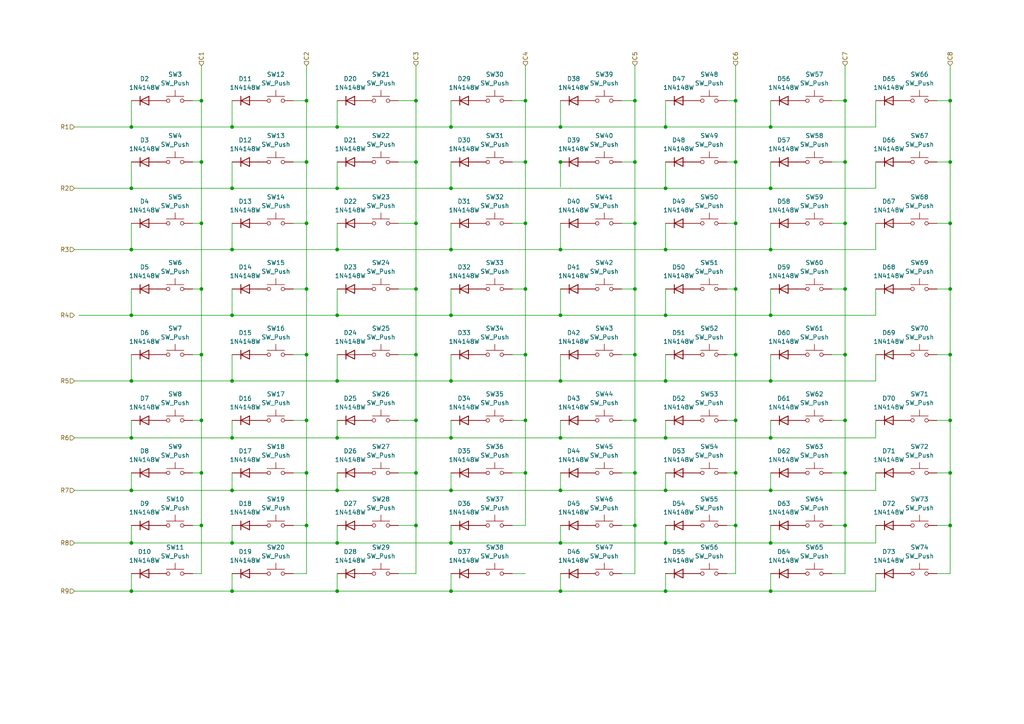
<source format=kicad_sch>
(kicad_sch (version 20230121) (generator eeschema)
  (paper "A4")
  (junction (at 162.56 46.99))
  (junction (at 97.79 110.49))
  (junction (at 223.52 54.61))
  (junction (at 88.9 46.99))
  (junction (at 38.1 142.24))
  (junction (at 193.04 72.39))
  (junction (at 97.79 91.44))
  (junction (at 223.52 157.48))
  (junction (at 67.31 157.48))
  (junction (at 162.56 36.83))
  (junction (at 213.36 121.92))
  (junction (at 38.1 171.45))
  (junction (at 38.1 127))
  (junction (at 152.4 83.82))
  (junction (at 193.04 157.48))
  (junction (at 213.36 46.99))
  (junction (at 58.42 29.21))
  (junction (at 97.79 142.24))
  (junction (at 223.52 171.45))
  (junction (at 67.31 72.39))
  (junction (at 120.65 64.77))
  (junction (at 88.9 137.16))
  (junction (at 67.31 142.24))
  (junction (at 275.59 102.87))
  (junction (at 245.11 46.99))
  (junction (at 213.36 152.4))
  (junction (at 67.31 36.83))
  (junction (at 97.79 157.48))
  (junction (at 38.1 72.39))
  (junction (at 275.59 83.82))
  (junction (at 130.81 157.48))
  (junction (at 223.52 72.39))
  (junction (at 58.42 137.16))
  (junction (at 58.42 46.99))
  (junction (at 184.15 137.16))
  (junction (at 245.11 83.82))
  (junction (at 58.42 152.4))
  (junction (at 245.11 64.77))
  (junction (at 213.36 64.77))
  (junction (at 97.79 54.61))
  (junction (at 184.15 46.99))
  (junction (at 162.56 157.48))
  (junction (at 130.81 171.45))
  (junction (at 67.31 171.45))
  (junction (at 38.1 157.48))
  (junction (at 245.11 29.21))
  (junction (at 130.81 36.83))
  (junction (at 58.42 102.87))
  (junction (at 152.4 46.99))
  (junction (at 162.56 72.39))
  (junction (at 152.4 64.77))
  (junction (at 162.56 91.44))
  (junction (at 162.56 142.24))
  (junction (at 120.65 137.16))
  (junction (at 38.1 91.44))
  (junction (at 58.42 64.77))
  (junction (at 275.59 137.16))
  (junction (at 213.36 29.21))
  (junction (at 38.1 110.49))
  (junction (at 88.9 29.21))
  (junction (at 223.52 110.49))
  (junction (at 184.15 152.4))
  (junction (at 120.65 46.99))
  (junction (at 193.04 54.61))
  (junction (at 88.9 83.82))
  (junction (at 184.15 102.87))
  (junction (at 275.59 46.99))
  (junction (at 193.04 142.24))
  (junction (at 67.31 54.61))
  (junction (at 213.36 102.87))
  (junction (at 88.9 152.4))
  (junction (at 38.1 36.83))
  (junction (at 88.9 121.92))
  (junction (at 67.31 91.44))
  (junction (at 193.04 171.45))
  (junction (at 67.31 127))
  (junction (at 184.15 83.82))
  (junction (at 130.81 127))
  (junction (at 275.59 121.92))
  (junction (at 58.42 83.82))
  (junction (at 184.15 121.92))
  (junction (at 193.04 110.49))
  (junction (at 184.15 64.77))
  (junction (at 88.9 64.77))
  (junction (at 193.04 127))
  (junction (at 275.59 29.21))
  (junction (at 193.04 36.83))
  (junction (at 97.79 36.83))
  (junction (at 184.15 29.21))
  (junction (at 152.4 102.87))
  (junction (at 130.81 54.61))
  (junction (at 152.4 121.92))
  (junction (at 223.52 127))
  (junction (at 162.56 171.45))
  (junction (at 245.11 152.4))
  (junction (at 223.52 142.24))
  (junction (at 275.59 152.4))
  (junction (at 223.52 36.83))
  (junction (at 58.42 121.92))
  (junction (at 67.31 110.49))
  (junction (at 152.4 137.16))
  (junction (at 130.81 110.49))
  (junction (at 88.9 102.87))
  (junction (at 245.11 137.16))
  (junction (at 38.1 54.61))
  (junction (at 97.79 127))
  (junction (at 120.65 102.87))
  (junction (at 213.36 83.82))
  (junction (at 245.11 102.87))
  (junction (at 152.4 29.21))
  (junction (at 162.56 127))
  (junction (at 223.52 91.44))
  (junction (at 130.81 72.39))
  (junction (at 120.65 152.4))
  (junction (at 130.81 91.44))
  (junction (at 213.36 137.16))
  (junction (at 130.81 142.24))
  (junction (at 120.65 121.92))
  (junction (at 97.79 72.39))
  (junction (at 120.65 29.21))
  (junction (at 275.59 64.77))
  (junction (at 97.79 171.45))
  (junction (at 245.11 121.92))
  (junction (at 162.56 110.49))
  (junction (at 193.04 91.44))
  (junction (at 120.65 83.82))
  (wire (pts (xy 88.9 83.82) (xy 88.9 102.87)))
  (wire (pts (xy 241.3 64.77) (xy 245.11 64.77)))
  (wire (pts (xy 38.1 137.16) (xy 38.1 142.24)))
  (wire (pts (xy 88.9 29.21) (xy 88.9 46.99)))
  (wire (pts (xy 275.59 137.16) (xy 271.78 137.16)))
  (wire (pts (xy 85.09 152.4) (xy 88.9 152.4)))
  (wire (pts (xy 38.1 46.99) (xy 38.1 54.61)))
  (wire (pts (xy 38.1 171.45) (xy 67.31 171.45)))
  (wire (pts (xy 130.81 121.92) (xy 130.81 127)))
  (wire (pts (xy 213.36 46.99) (xy 213.36 64.77)))
  (wire (pts (xy 210.82 29.21) (xy 213.36 29.21)))
  (wire (pts (xy 193.04 46.99) (xy 193.04 54.61)))
  (wire (pts (xy 130.81 91.44) (xy 162.56 91.44)))
  (wire (pts (xy 120.65 152.4) (xy 115.57 152.4)))
  (wire (pts (xy 241.3 29.21) (xy 245.11 29.21)))
  (wire (pts (xy 67.31 171.45) (xy 97.79 171.45)))
  (wire (pts (xy 58.42 64.77) (xy 58.42 83.82)))
  (wire (pts (xy 120.65 121.92) (xy 115.57 121.92)))
  (wire (pts (xy 275.59 121.92) (xy 271.78 121.92)))
  (wire (pts (xy 180.34 46.99) (xy 184.15 46.99)))
  (wire (pts (xy 38.1 110.49) (xy 67.31 110.49)))
  (wire (pts (xy 210.82 64.77) (xy 213.36 64.77)))
  (wire (pts (xy 213.36 102.87) (xy 213.36 121.92)))
  (wire (pts (xy 184.15 29.21) (xy 184.15 46.99)))
  (wire (pts (xy 120.65 19.05) (xy 120.65 29.21)))
  (wire (pts (xy 130.81 152.4) (xy 130.81 157.48)))
  (wire (pts (xy 88.9 121.92) (xy 85.09 121.92)))
  (wire (pts (xy 193.04 127) (xy 223.52 127)))
  (wire (pts (xy 193.04 83.82) (xy 193.04 91.44)))
  (wire (pts (xy 184.15 121.92) (xy 184.15 137.16)))
  (wire (pts (xy 275.59 152.4) (xy 275.59 166.37)))
  (wire (pts (xy 213.36 152.4) (xy 213.36 166.37)))
  (wire (pts (xy 58.42 83.82) (xy 58.42 102.87)))
  (wire (pts (xy 115.57 83.82) (xy 120.65 83.82)))
  (wire (pts (xy 223.52 152.4) (xy 223.52 157.48)))
  (wire (pts (xy 38.1 54.61) (xy 67.31 54.61)))
  (wire (pts (xy 21.59 110.49) (xy 38.1 110.49)))
  (wire (pts (xy 162.56 83.82) (xy 162.56 91.44)))
  (wire (pts (xy 97.79 152.4) (xy 97.79 157.48)))
  (wire (pts (xy 97.79 29.21) (xy 97.79 36.83)))
  (wire (pts (xy 97.79 36.83) (xy 130.81 36.83)))
  (wire (pts (xy 193.04 64.77) (xy 193.04 72.39)))
  (wire (pts (xy 213.36 152.4) (xy 210.82 152.4)))
  (wire (pts (xy 152.4 29.21) (xy 152.4 46.99)))
  (wire (pts (xy 162.56 91.44) (xy 193.04 91.44)))
  (wire (pts (xy 254 171.45) (xy 254 166.37)))
  (wire (pts (xy 162.56 29.21) (xy 162.56 36.83)))
  (wire (pts (xy 55.88 46.99) (xy 58.42 46.99)))
  (wire (pts (xy 210.82 83.82) (xy 213.36 83.82)))
  (wire (pts (xy 97.79 121.92) (xy 97.79 127)))
  (wire (pts (xy 223.52 157.48) (xy 254 157.48)))
  (wire (pts (xy 88.9 102.87) (xy 88.9 121.92)))
  (wire (pts (xy 256.54 102.87) (xy 260.35 102.87)))
  (wire (pts (xy 275.59 46.99) (xy 275.59 64.77)))
  (wire (pts (xy 152.4 166.37) (xy 148.59 166.37)))
  (wire (pts (xy 245.11 137.16) (xy 241.3 137.16)))
  (wire (pts (xy 271.78 102.87) (xy 275.59 102.87)))
  (wire (pts (xy 88.9 137.16) (xy 88.9 152.4)))
  (wire (pts (xy 130.81 166.37) (xy 130.81 171.45)))
  (wire (pts (xy 180.34 83.82) (xy 184.15 83.82)))
  (wire (pts (xy 241.3 83.82) (xy 245.11 83.82)))
  (wire (pts (xy 67.31 157.48) (xy 97.79 157.48)))
  (wire (pts (xy 193.04 171.45) (xy 223.52 171.45)))
  (wire (pts (xy 254 142.24) (xy 254 137.16)))
  (wire (pts (xy 184.15 46.99) (xy 184.15 64.77)))
  (wire (pts (xy 97.79 171.45) (xy 130.81 171.45)))
  (wire (pts (xy 271.78 29.21) (xy 275.59 29.21)))
  (wire (pts (xy 38.1 166.37) (xy 38.1 171.45)))
  (wire (pts (xy 38.1 36.83) (xy 67.31 36.83)))
  (wire (pts (xy 21.59 54.61) (xy 38.1 54.61)))
  (wire (pts (xy 184.15 152.4) (xy 184.15 166.37)))
  (wire (pts (xy 275.59 83.82) (xy 275.59 102.87)))
  (wire (pts (xy 152.4 137.16) (xy 148.59 137.16)))
  (wire (pts (xy 223.52 171.45) (xy 254 171.45)))
  (wire (pts (xy 67.31 166.37) (xy 67.31 171.45)))
  (wire (pts (xy 97.79 46.99) (xy 97.79 54.61)))
  (wire (pts (xy 97.79 54.61) (xy 130.81 54.61)))
  (wire (pts (xy 120.65 29.21) (xy 120.65 46.99)))
  (wire (pts (xy 130.81 171.45) (xy 162.56 171.45)))
  (wire (pts (xy 97.79 157.48) (xy 130.81 157.48)))
  (wire (pts (xy 180.34 29.21) (xy 184.15 29.21)))
  (wire (pts (xy 152.4 83.82) (xy 152.4 102.87)))
  (wire (pts (xy 97.79 64.77) (xy 97.79 72.39)))
  (wire (pts (xy 223.52 36.83) (xy 254 36.83)))
  (wire (pts (xy 152.4 19.05) (xy 152.4 29.21)))
  (wire (pts (xy 130.81 110.49) (xy 162.56 110.49)))
  (wire (pts (xy 223.52 46.99) (xy 223.52 54.61)))
  (wire (pts (xy 88.9 46.99) (xy 88.9 64.77)))
  (wire (pts (xy 67.31 127) (xy 97.79 127)))
  (wire (pts (xy 184.15 83.82) (xy 184.15 102.87)))
  (wire (pts (xy 223.52 166.37) (xy 223.52 171.45)))
  (wire (pts (xy 162.56 137.16) (xy 162.56 142.24)))
  (wire (pts (xy 254 157.48) (xy 254 152.4)))
  (wire (pts (xy 254 91.44) (xy 254 83.82)))
  (wire (pts (xy 97.79 72.39) (xy 130.81 72.39)))
  (wire (pts (xy 254 127) (xy 254 121.92)))
  (wire (pts (xy 223.52 110.49) (xy 254 110.49)))
  (wire (pts (xy 184.15 64.77) (xy 184.15 83.82)))
  (wire (pts (xy 223.52 83.82) (xy 223.52 91.44)))
  (wire (pts (xy 88.9 64.77) (xy 88.9 83.82)))
  (wire (pts (xy 213.36 121.92) (xy 213.36 137.16)))
  (wire (pts (xy 58.42 121.92) (xy 58.42 137.16)))
  (wire (pts (xy 85.09 102.87) (xy 88.9 102.87)))
  (wire (pts (xy 148.59 102.87) (xy 152.4 102.87)))
  (wire (pts (xy 21.59 36.83) (xy 38.1 36.83)))
  (wire (pts (xy 88.9 19.05) (xy 88.9 29.21)))
  (wire (pts (xy 162.56 157.48) (xy 193.04 157.48)))
  (wire (pts (xy 162.56 46.99) (xy 162.56 54.2534)))
  (wire (pts (xy 67.31 152.4) (xy 67.31 157.48)))
  (wire (pts (xy 85.09 46.99) (xy 88.9 46.99)))
  (wire (pts (xy 58.42 137.16) (xy 58.42 152.4)))
  (wire (pts (xy 130.81 137.16) (xy 130.81 142.24)))
  (wire (pts (xy 120.65 121.92) (xy 120.65 137.16)))
  (wire (pts (xy 275.59 121.92) (xy 275.59 137.16)))
  (wire (pts (xy 38.1 142.24) (xy 67.31 142.24)))
  (wire (pts (xy 120.65 152.4) (xy 120.65 166.37)))
  (wire (pts (xy 67.31 64.77) (xy 67.31 72.39)))
  (wire (pts (xy 213.36 166.37) (xy 210.82 166.37)))
  (wire (pts (xy 184.15 166.37) (xy 180.34 166.37)))
  (wire (pts (xy 97.79 137.16) (xy 97.79 142.24)))
  (wire (pts (xy 152.4 121.92) (xy 152.4 137.16)))
  (wire (pts (xy 193.04 137.16) (xy 193.04 142.24)))
  (wire (pts (xy 115.57 64.77) (xy 120.65 64.77)))
  (wire (pts (xy 67.31 54.61) (xy 97.79 54.61)))
  (wire (pts (xy 38.1 83.82) (xy 38.1 91.44)))
  (wire (pts (xy 245.11 121.92) (xy 241.3 121.92)))
  (wire (pts (xy 88.9 137.16) (xy 85.09 137.16)))
  (wire (pts (xy 22.86 91.44) (xy 38.1 91.44)))
  (wire (pts (xy 245.11 29.21) (xy 245.11 46.99)))
  (wire (pts (xy 213.36 137.16) (xy 213.36 152.4)))
  (wire (pts (xy 55.88 83.82) (xy 58.42 83.82)))
  (wire (pts (xy 58.42 19.05) (xy 58.42 29.21)))
  (wire (pts (xy 271.78 64.77) (xy 275.59 64.77)))
  (wire (pts (xy 193.04 72.39) (xy 223.52 72.39)))
  (wire (pts (xy 271.78 46.99) (xy 275.59 46.99)))
  (wire (pts (xy 85.09 29.21) (xy 88.9 29.21)))
  (wire (pts (xy 38.1 152.4) (xy 38.1 157.48)))
  (wire (pts (xy 254 110.49) (xy 254 102.87)))
  (wire (pts (xy 162.56 166.37) (xy 162.56 171.45)))
  (wire (pts (xy 152.4 102.87) (xy 152.4 121.92)))
  (wire (pts (xy 58.42 46.99) (xy 58.42 64.77)))
  (wire (pts (xy 254 72.39) (xy 254 64.77)))
  (wire (pts (xy 152.4 64.77) (xy 152.4 83.82)))
  (wire (pts (xy 97.79 166.37) (xy 97.79 171.45)))
  (wire (pts (xy 162.56 64.77) (xy 162.56 72.39)))
  (wire (pts (xy 58.42 29.21) (xy 58.42 46.99)))
  (wire (pts (xy 162.56 110.49) (xy 193.04 110.49)))
  (wire (pts (xy 58.42 121.92) (xy 55.88 121.92)))
  (wire (pts (xy 85.09 83.82) (xy 88.9 83.82)))
  (wire (pts (xy 245.11 19.05) (xy 245.11 29.21)))
  (wire (pts (xy 245.11 166.37) (xy 241.3 166.37)))
  (wire (pts (xy 21.59 142.24) (xy 38.1 142.24)))
  (wire (pts (xy 152.4 121.92) (xy 148.59 121.92)))
  (wire (pts (xy 115.57 29.21) (xy 120.65 29.21)))
  (wire (pts (xy 97.79 83.82) (xy 97.79 91.44)))
  (wire (pts (xy 120.65 137.16) (xy 120.65 152.4)))
  (wire (pts (xy 223.52 91.44) (xy 254 91.44)))
  (wire (pts (xy 213.36 29.21) (xy 213.36 46.99)))
  (wire (pts (xy 85.09 64.77) (xy 88.9 64.77)))
  (wire (pts (xy 245.11 102.87) (xy 245.11 121.92)))
  (wire (pts (xy 148.59 83.82) (xy 152.4 83.82)))
  (wire (pts (xy 193.04 157.48) (xy 223.52 157.48)))
  (wire (pts (xy 38.1 72.39) (xy 67.31 72.39)))
  (wire (pts (xy 193.04 29.21) (xy 193.04 36.83)))
  (wire (pts (xy 275.59 102.87) (xy 275.59 121.92)))
  (wire (pts (xy 67.31 46.99) (xy 67.31 54.61)))
  (wire (pts (xy 97.79 102.87) (xy 97.79 110.49)))
  (wire (pts (xy 271.78 83.82) (xy 275.59 83.82)))
  (wire (pts (xy 184.15 102.87) (xy 184.15 121.92)))
  (wire (pts (xy 38.1 157.48) (xy 67.31 157.48)))
  (wire (pts (xy 21.59 72.39) (xy 38.1 72.39)))
  (wire (pts (xy 148.59 64.77) (xy 152.4 64.77)))
  (wire (pts (xy 275.59 152.4) (xy 271.78 152.4)))
  (wire (pts (xy 120.65 166.37) (xy 115.57 166.37)))
  (wire (pts (xy 245.11 152.4) (xy 241.3 152.4)))
  (wire (pts (xy 184.15 19.05) (xy 184.15 29.21)))
  (wire (pts (xy 193.04 110.49) (xy 223.52 110.49)))
  (wire (pts (xy 130.81 83.82) (xy 130.81 91.44)))
  (wire (pts (xy 120.65 83.82) (xy 120.65 102.87)))
  (wire (pts (xy 223.52 121.92) (xy 223.52 127)))
  (wire (pts (xy 193.04 36.83) (xy 223.52 36.83)))
  (wire (pts (xy 180.34 64.77) (xy 184.15 64.77)))
  (wire (pts (xy 67.31 137.16) (xy 67.31 142.24)))
  (wire (pts (xy 115.57 102.87) (xy 120.65 102.87)))
  (wire (pts (xy 223.52 137.16) (xy 223.52 142.24)))
  (wire (pts (xy 130.81 102.87) (xy 130.81 110.49)))
  (wire (pts (xy 241.3 102.87) (xy 245.11 102.87)))
  (wire (pts (xy 275.59 137.16) (xy 275.59 152.4)))
  (wire (pts (xy 162.56 142.24) (xy 193.04 142.24)))
  (wire (pts (xy 193.04 54.61) (xy 223.52 54.61)))
  (wire (pts (xy 58.42 102.87) (xy 58.42 121.92)))
  (wire (pts (xy 21.59 127) (xy 38.1 127)))
  (wire (pts (xy 162.56 46.6334) (xy 162.56 46.99)))
  (wire (pts (xy 184.15 152.4) (xy 180.34 152.4)))
  (wire (pts (xy 193.04 142.24) (xy 223.52 142.24)))
  (wire (pts (xy 184.15 137.16) (xy 180.34 137.16)))
  (wire (pts (xy 58.42 137.16) (xy 55.88 137.16)))
  (wire (pts (xy 245.11 152.4) (xy 245.11 166.37)))
  (wire (pts (xy 67.31 102.87) (xy 67.31 110.49)))
  (wire (pts (xy 130.81 36.83) (xy 162.56 36.83)))
  (wire (pts (xy 245.11 83.82) (xy 245.11 102.87)))
  (wire (pts (xy 148.59 46.99) (xy 152.4 46.99)))
  (wire (pts (xy 148.59 29.21) (xy 152.4 29.21)))
  (wire (pts (xy 21.59 171.45) (xy 38.1 171.45)))
  (wire (pts (xy 223.52 29.21) (xy 223.52 36.83)))
  (wire (pts (xy 97.79 110.49) (xy 130.81 110.49)))
  (wire (pts (xy 38.1 91.44) (xy 67.31 91.44)))
  (wire (pts (xy 213.36 64.77) (xy 213.36 83.82)))
  (wire (pts (xy 67.31 29.21) (xy 67.31 36.83)))
  (wire (pts (xy 213.36 83.82) (xy 213.36 102.87)))
  (wire (pts (xy 193.04 121.92) (xy 193.04 127)))
  (wire (pts (xy 130.81 29.21) (xy 130.81 36.83)))
  (wire (pts (xy 162.56 121.92) (xy 162.56 127)))
  (wire (pts (xy 193.04 102.87) (xy 193.04 110.49)))
  (wire (pts (xy 21.59 157.48) (xy 38.1 157.48)))
  (wire (pts (xy 162.56 127) (xy 193.04 127)))
  (wire (pts (xy 193.04 166.37) (xy 193.04 171.45)))
  (wire (pts (xy 130.81 64.77) (xy 130.81 72.39)))
  (wire (pts (xy 67.31 72.39) (xy 97.79 72.39)))
  (wire (pts (xy 38.1 102.87) (xy 38.1 110.49)))
  (wire (pts (xy 223.52 142.24) (xy 254 142.24)))
  (wire (pts (xy 67.31 142.24) (xy 97.79 142.24)))
  (wire (pts (xy 245.11 137.16) (xy 245.11 152.4)))
  (wire (pts (xy 245.11 46.99) (xy 245.11 64.77)))
  (wire (pts (xy 120.65 46.99) (xy 120.65 64.77)))
  (wire (pts (xy 162.56 152.4) (xy 162.56 157.48)))
  (wire (pts (xy 120.65 137.16) (xy 115.57 137.16)))
  (wire (pts (xy 88.9 121.92) (xy 88.9 137.16)))
  (wire (pts (xy 67.31 121.92) (xy 67.31 127)))
  (wire (pts (xy 223.52 54.61) (xy 254 54.61)))
  (wire (pts (xy 152.4 152.4) (xy 148.59 152.4)))
  (wire (pts (xy 38.1 127) (xy 67.31 127)))
  (wire (pts (xy 115.57 46.99) (xy 120.65 46.99)))
  (wire (pts (xy 58.42 152.4) (xy 58.42 166.37)))
  (wire (pts (xy 193.04 152.4) (xy 193.04 157.48)))
  (wire (pts (xy 210.82 46.99) (xy 213.36 46.99)))
  (wire (pts (xy 38.1 121.92) (xy 38.1 127)))
  (wire (pts (xy 67.31 91.44) (xy 97.79 91.44)))
  (wire (pts (xy 213.36 121.92) (xy 210.82 121.92)))
  (wire (pts (xy 245.11 64.77) (xy 245.11 83.82)))
  (wire (pts (xy 55.88 29.21) (xy 58.42 29.21)))
  (wire (pts (xy 130.81 142.24) (xy 162.56 142.24)))
  (wire (pts (xy 55.88 102.87) (xy 58.42 102.87)))
  (wire (pts (xy 67.31 83.82) (xy 67.31 91.44)))
  (wire (pts (xy 184.15 121.92) (xy 180.34 121.92)))
  (wire (pts (xy 88.9 152.4) (xy 88.9 166.37)))
  (wire (pts (xy 152.4 137.16) (xy 152.4 152.4)))
  (wire (pts (xy 223.52 72.39) (xy 254 72.39)))
  (wire (pts (xy 213.36 19.05) (xy 213.36 29.21)))
  (wire (pts (xy 210.82 102.87) (xy 213.36 102.87)))
  (wire (pts (xy 184.15 137.16) (xy 184.15 152.4)))
  (wire (pts (xy 241.3 46.99) (xy 245.11 46.99)))
  (wire (pts (xy 38.1 29.21) (xy 38.1 36.83)))
  (wire (pts (xy 162.56 36.83) (xy 193.04 36.83)))
  (wire (pts (xy 130.81 46.99) (xy 130.81 54.61)))
  (wire (pts (xy 162.56 72.39) (xy 193.04 72.39)))
  (wire (pts (xy 180.34 102.87) (xy 184.15 102.87)))
  (wire (pts (xy 245.11 121.92) (xy 245.11 137.16)))
  (wire (pts (xy 97.79 127) (xy 130.81 127)))
  (wire (pts (xy 223.52 102.87) (xy 223.52 110.49)))
  (wire (pts (xy 152.4 46.99) (xy 152.4 64.77)))
  (wire (pts (xy 120.65 102.87) (xy 120.65 121.92)))
  (wire (pts (xy 38.1 64.77) (xy 38.1 72.39)))
  (wire (pts (xy 85.09 166.37) (xy 88.9 166.37)))
  (wire (pts (xy 275.59 64.77) (xy 275.59 83.82)))
  (wire (pts (xy 162.56 102.87) (xy 162.56 110.49)))
  (wire (pts (xy 58.42 166.37) (xy 55.88 166.37)))
  (wire (pts (xy 130.81 157.48) (xy 162.56 157.48)))
  (wire (pts (xy 254 54.61) (xy 254 46.99)))
  (wire (pts (xy 130.81 54.61) (xy 193.04 54.61)))
  (wire (pts (xy 55.88 64.77) (xy 58.42 64.77)))
  (wire (pts (xy 97.79 91.44) (xy 130.81 91.44)))
  (wire (pts (xy 97.79 142.24) (xy 130.81 142.24)))
  (wire (pts (xy 67.31 110.49) (xy 97.79 110.49)))
  (wire (pts (xy 120.65 64.77) (xy 120.65 83.82)))
  (wire (pts (xy 223.52 64.77) (xy 223.52 72.39)))
  (wire (pts (xy 162.56 171.45) (xy 193.04 171.45)))
  (wire (pts (xy 58.42 152.4) (xy 55.88 152.4)))
  (wire (pts (xy 223.52 127) (xy 254 127)))
  (wire (pts (xy 275.59 29.21) (xy 275.59 46.99)))
  (wire (pts (xy 213.36 137.16) (xy 210.82 137.16)))
  (wire (pts (xy 193.04 91.44) (xy 223.52 91.44)))
  (wire (pts (xy 275.59 19.05) (xy 275.59 29.21)))
  (wire (pts (xy 130.81 72.39) (xy 162.56 72.39)))
  (wire (pts (xy 275.59 166.37) (xy 271.78 166.37)))
  (wire (pts (xy 130.81 127) (xy 162.56 127)))
  (wire (pts (xy 254 36.83) (xy 254 29.21)))
  (wire (pts (xy 67.31 36.83) (xy 97.79 36.83)))
  (hierarchical_label "R6" (shape input) (at 21.59 127 180))
  (hierarchical_label "R5" (shape input) (at 21.59 110.49 180))
  (hierarchical_label "R9" (shape input) (at 21.59 171.45 180))
  (hierarchical_label "C2" (shape input) (at 88.9 19.05 90))
  (hierarchical_label "R4" (shape input) (at 21.59 91.44 180))
  (hierarchical_label "C8" (shape input) (at 275.59 19.05 90))
  (hierarchical_label "R1" (shape input) (at 21.59 36.83 180))
  (hierarchical_label "R3" (shape input) (at 21.59 72.39 180))
  (hierarchical_label "C3" (shape input) (at 120.65 19.05 90))
  (hierarchical_label "C5" (shape input) (at 184.15 19.05 90))
  (hierarchical_label "C6" (shape input) (at 213.36 19.05 90))
  (hierarchical_label "C4" (shape input) (at 152.4 19.05 90))
  (hierarchical_label "R7" (shape input) (at 21.59 142.24 180))
  (hierarchical_label "C1" (shape input) (at 58.42 19.05 90))
  (hierarchical_label "R8" (shape input) (at 21.59 157.48 180))
  (hierarchical_label "C7" (shape input) (at 245.11 19.05 90))
  (hierarchical_label "R2" (shape input) (at 21.59 54.61 180))
  (symbol (lib_id "Switch:SW_Push") (at 50.8 152.4 0) (unit 1)
    (property "Reference" "SW10" (at 50.8 144.78 0))
    (property "Value" "SW_Push" (at 50.8 147.32 0))
    (instances (project "autoharpie" (path "" (reference "SW10") (unit 1))) (project "basilbox" (path "" (reference "SW?") (unit 1))))
  )
  (symbol (lib_id "Diode:1N4148W") (at 101.6 152.4 0) (unit 1)
    (property "Reference" "D27" (at 101.6 146.05 0))
    (property "Value" "1N4148W" (at 101.6 148.59 0))
    (property "Footprint" "Diode_SMD:D_SOD-123" (effects hide))
    (property "Datasheet" "https://www.vishay.com/docs/85748/1n4148w.pdf" (effects hide))
    (instances (project "autoharpie" (path "" (reference "D27") (unit 1))) (project "basilbox" (path "" (reference "D?") (unit 1))))
  )
  (symbol (lib_id "Diode:1N4148W") (at 227.33 152.4 0) (unit 1)
    (property "Reference" "D63" (at 227.33 146.05 0))
    (property "Value" "1N4148W" (at 227.33 148.59 0))
    (property "Footprint" "Diode_SMD:D_SOD-123" (effects hide))
    (property "Datasheet" "https://www.vishay.com/docs/85748/1n4148w.pdf" (effects hide))
    (instances (project "autoharpie" (path "" (reference "D63") (unit 1))) (project "basilbox" (path "" (reference "D?") (unit 1))))
  )
  (symbol (lib_id "Switch:SW_Push") (at 236.22 46.99 0) (unit 1)
    (property "Reference" "SW58" (at 236.22 39.37 0))
    (property "Value" "SW_Push" (at 236.22 41.91 0))
    (instances (project "autoharpie" (path "" (reference "SW58") (unit 1))) (project "basilbox" (path "" (reference "SW?") (unit 1))))
  )
  (symbol (lib_id "Switch:SW_Push") (at 266.7 137.16 0) (unit 1)
    (property "Reference" "SW72" (at 266.7 129.54 0))
    (property "Value" "SW_Push" (at 266.7 132.08 0))
    (instances (project "autoharpie" (path "" (reference "SW72") (unit 1))) (project "basilbox" (path "" (reference "SW?") (unit 1))))
  )
  (symbol (lib_id "Diode:1N4148W") (at 101.6 29.21 0) (unit 1)
    (property "Reference" "D20" (at 101.6 22.86 0))
    (property "Value" "1N4148W" (at 101.6 25.4 0))
    (property "Footprint" "Diode_SMD:D_SOD-123" (effects hide))
    (property "Datasheet" "https://www.vishay.com/docs/85748/1n4148w.pdf" (effects hide))
    (instances (project "autoharpie" (path "" (reference "D20") (unit 1))) (project "basilbox" (path "" (reference "D?") (unit 1))))
  )
  (symbol (lib_id "Diode:1N4148W") (at 196.85 29.21 0) (unit 1)
    (property "Reference" "D47" (at 196.85 22.86 0))
    (property "Value" "1N4148W" (at 196.85 25.4 0))
    (property "Footprint" "Diode_SMD:D_SOD-123" (effects hide))
    (property "Datasheet" "https://www.vishay.com/docs/85748/1n4148w.pdf" (effects hide))
    (instances (project "autoharpie" (path "" (reference "D47") (unit 1))) (project "basilbox" (path "" (reference "D?") (unit 1))))
  )
  (symbol (lib_id "Diode:1N4148W") (at 71.12 166.37 0) (unit 1)
    (property "Reference" "D19" (at 71.12 160.02 0))
    (property "Value" "1N4148W" (at 71.12 162.56 0))
    (property "Footprint" "Diode_SMD:D_SOD-123" (effects hide))
    (property "Datasheet" "https://www.vishay.com/docs/85748/1n4148w.pdf" (effects hide))
    (instances (project "autoharpie" (path "" (reference "D19") (unit 1))) (project "basilbox" (path "" (reference "D?") (unit 1))))
  )
  (symbol (lib_id "Switch:SW_Push") (at 205.74 102.87 0) (unit 1)
    (property "Reference" "SW52" (at 205.74 95.25 0))
    (property "Value" "SW_Push" (at 205.74 97.79 0))
    (instances (project "autoharpie" (path "" (reference "SW52") (unit 1))) (project "basilbox" (path "" (reference "SW?") (unit 1))))
  )
  (symbol (lib_id "Diode:1N4148W") (at 227.33 102.87 0) (unit 1)
    (property "Reference" "D60" (at 227.33 96.52 0))
    (property "Value" "1N4148W" (at 227.33 99.06 0))
    (property "Footprint" "Diode_SMD:D_SOD-123" (effects hide))
    (property "Datasheet" "https://www.vishay.com/docs/85748/1n4148w.pdf" (effects hide))
    (instances (project "autoharpie" (path "" (reference "D60") (unit 1))) (project "basilbox" (path "" (reference "D?") (unit 1))))
  )
  (symbol (lib_id "Diode:1N4148W") (at 71.12 121.92 0) (unit 1)
    (property "Reference" "D16" (at 71.12 115.57 0))
    (property "Value" "1N4148W" (at 71.12 118.11 0))
    (property "Footprint" "Diode_SMD:D_SOD-123" (effects hide))
    (property "Datasheet" "https://www.vishay.com/docs/85748/1n4148w.pdf" (effects hide))
    (instances (project "autoharpie" (path "" (reference "D16") (unit 1))) (project "basilbox" (path "" (reference "D?") (unit 1))))
  )
  (symbol (lib_id "Diode:1N4148W") (at 166.37 64.77 0) (unit 1)
    (property "Reference" "D40" (at 166.37 58.42 0))
    (property "Value" "1N4148W" (at 166.37 60.96 0))
    (property "Footprint" "Diode_SMD:D_SOD-123" (effects hide))
    (property "Datasheet" "https://www.vishay.com/docs/85748/1n4148w.pdf" (effects hide))
    (instances (project "autoharpie" (path "" (reference "D40") (unit 1))) (project "basilbox" (path "" (reference "D?") (unit 1))))
  )
  (symbol (lib_id "Diode:1N4148W") (at 196.85 152.4 0) (unit 1)
    (property "Reference" "D54" (at 196.85 146.05 0))
    (property "Value" "1N4148W" (at 196.85 148.59 0))
    (property "Footprint" "Diode_SMD:D_SOD-123" (effects hide))
    (property "Datasheet" "https://www.vishay.com/docs/85748/1n4148w.pdf" (effects hide))
    (instances (project "autoharpie" (path "" (reference "D54") (unit 1))) (project "basilbox" (path "" (reference "D?") (unit 1))))
  )
  (symbol (lib_id "Diode:1N4148W") (at 196.85 83.82 0) (unit 1)
    (property "Reference" "D50" (at 196.85 77.47 0))
    (property "Value" "1N4148W" (at 196.85 80.01 0))
    (property "Footprint" "Diode_SMD:D_SOD-123" (effects hide))
    (property "Datasheet" "https://www.vishay.com/docs/85748/1n4148w.pdf" (effects hide))
    (instances (project "autoharpie" (path "" (reference "D50") (unit 1))) (project "basilbox" (path "" (reference "D?") (unit 1))))
  )
  (symbol (lib_id "Diode:1N4148W") (at 134.62 64.77 0) (unit 1)
    (property "Reference" "D31" (at 134.62 58.42 0))
    (property "Value" "1N4148W" (at 134.62 60.96 0))
    (property "Footprint" "Diode_SMD:D_SOD-123" (effects hide))
    (property "Datasheet" "https://www.vishay.com/docs/85748/1n4148w.pdf" (effects hide))
    (instances (project "autoharpie" (path "" (reference "D31") (unit 1))) (project "basilbox" (path "" (reference "D?") (unit 1))))
  )
  (symbol (lib_id "Diode:1N4148W") (at 166.37 152.4 0) (unit 1)
    (property "Reference" "D45" (at 166.37 146.05 0))
    (property "Value" "1N4148W" (at 166.37 148.59 0))
    (property "Footprint" "Diode_SMD:D_SOD-123" (effects hide))
    (property "Datasheet" "https://www.vishay.com/docs/85748/1n4148w.pdf" (effects hide))
    (instances (project "autoharpie" (path "" (reference "D45") (unit 1))) (project "basilbox" (path "" (reference "D?") (unit 1))))
  )
  (symbol (lib_id "Diode:1N4148W") (at 41.91 152.4 0) (unit 1)
    (property "Reference" "D9" (at 41.91 146.05 0))
    (property "Value" "1N4148W" (at 41.91 148.59 0))
    (property "Footprint" "Diode_SMD:D_SOD-123" (effects hide))
    (property "Datasheet" "https://www.vishay.com/docs/85748/1n4148w.pdf" (effects hide))
    (instances (project "autoharpie" (path "" (reference "D9") (unit 1))) (project "basilbox" (path "" (reference "D?") (unit 1))))
  )
  (symbol (lib_id "Switch:SW_Push") (at 205.74 121.92 0) (unit 1)
    (property "Reference" "SW53" (at 205.74 114.3 0))
    (property "Value" "SW_Push" (at 205.74 116.84 0))
    (instances (project "autoharpie" (path "" (reference "SW53") (unit 1))) (project "basilbox" (path "" (reference "SW?") (unit 1))))
  )
  (symbol (lib_id "Diode:1N4148W") (at 166.37 137.16 0) (unit 1)
    (property "Reference" "D44" (at 166.37 130.81 0))
    (property "Value" "1N4148W" (at 166.37 133.35 0))
    (property "Footprint" "Diode_SMD:D_SOD-123" (effects hide))
    (property "Datasheet" "https://www.vishay.com/docs/85748/1n4148w.pdf" (effects hide))
    (instances (project "autoharpie" (path "" (reference "D44") (unit 1))) (project "basilbox" (path "" (reference "D?") (unit 1))))
  )
  (symbol (lib_id "Switch:SW_Push") (at 143.51 166.37 0) (unit 1)
    (property "Reference" "SW38" (at 143.51 158.75 0))
    (property "Value" "SW_Push" (at 143.51 161.29 0))
    (instances (project "autoharpie" (path "" (reference "SW38") (unit 1))) (project "basilbox" (path "" (reference "SW?") (unit 1))))
  )
  (symbol (lib_id "Diode:1N4148W") (at 134.62 137.16 0) (unit 1)
    (property "Reference" "D35" (at 134.62 130.81 0))
    (property "Value" "1N4148W" (at 134.62 133.35 0))
    (property "Footprint" "Diode_SMD:D_SOD-123" (effects hide))
    (property "Datasheet" "https://www.vishay.com/docs/85748/1n4148w.pdf" (effects hide))
    (instances (project "autoharpie" (path "" (reference "D35") (unit 1))) (project "basilbox" (path "" (reference "D?") (unit 1))))
  )
  (symbol (lib_id "Diode:1N4148W") (at 257.81 46.99 0) (unit 1)
    (property "Reference" "D66" (at 257.81 40.64 0))
    (property "Value" "1N4148W" (at 257.81 43.18 0))
    (property "Footprint" "Diode_SMD:D_SOD-123" (effects hide))
    (property "Datasheet" "https://www.vishay.com/docs/85748/1n4148w.pdf" (effects hide))
    (instances (project "autoharpie" (path "" (reference "D66") (unit 1))) (project "basilbox" (path "" (reference "D?") (unit 1))))
  )
  (symbol (lib_id "Diode:1N4148W") (at 257.81 29.21 0) (unit 1)
    (property "Reference" "D65" (at 257.81 22.86 0))
    (property "Value" "1N4148W" (at 257.81 25.4 0))
    (property "Footprint" "Diode_SMD:D_SOD-123" (effects hide))
    (property "Datasheet" "https://www.vishay.com/docs/85748/1n4148w.pdf" (effects hide))
    (instances (project "autoharpie" (path "" (reference "D65") (unit 1))) (project "basilbox" (path "" (reference "D?") (unit 1))))
  )
  (symbol (lib_id "Diode:1N4148W") (at 227.33 83.82 0) (unit 1)
    (property "Reference" "D59" (at 227.33 77.47 0))
    (property "Value" "1N4148W" (at 227.33 80.01 0))
    (property "Footprint" "Diode_SMD:D_SOD-123" (effects hide))
    (property "Datasheet" "https://www.vishay.com/docs/85748/1n4148w.pdf" (effects hide))
    (instances (project "autoharpie" (path "" (reference "D59") (unit 1))) (project "basilbox" (path "" (reference "D?") (unit 1))))
  )
  (symbol (lib_id "Switch:SW_Push") (at 236.22 121.92 0) (unit 1)
    (property "Reference" "SW62" (at 236.22 114.3 0))
    (property "Value" "SW_Push" (at 236.22 116.84 0))
    (instances (project "autoharpie" (path "" (reference "SW62") (unit 1))) (project "basilbox" (path "" (reference "SW?") (unit 1))))
  )
  (symbol (lib_id "Diode:1N4148W") (at 257.81 102.87 0) (unit 1)
    (property "Reference" "D69" (at 257.81 96.52 0))
    (property "Value" "1N4148W" (at 257.81 99.06 0))
    (property "Footprint" "Diode_SMD:D_SOD-123" (effects hide))
    (property "Datasheet" "https://www.vishay.com/docs/85748/1n4148w.pdf" (effects hide))
    (instances (project "autoharpie" (path "" (reference "D69") (unit 1))) (project "basilbox" (path "" (reference "D?") (unit 1))))
  )
  (symbol (lib_id "Diode:1N4148W") (at 227.33 64.77 0) (unit 1)
    (property "Reference" "D58" (at 227.33 58.42 0))
    (property "Value" "1N4148W" (at 227.33 60.96 0))
    (property "Footprint" "Diode_SMD:D_SOD-123" (effects hide))
    (property "Datasheet" "https://www.vishay.com/docs/85748/1n4148w.pdf" (effects hide))
    (instances (project "autoharpie" (path "" (reference "D58") (unit 1))) (project "basilbox" (path "" (reference "D?") (unit 1))))
  )
  (symbol (lib_id "Switch:SW_Push") (at 143.51 121.92 0) (unit 1)
    (property "Reference" "SW35" (at 143.51 114.3 0))
    (property "Value" "SW_Push" (at 143.51 116.84 0))
    (instances (project "autoharpie" (path "" (reference "SW35") (unit 1))) (project "basilbox" (path "" (reference "SW?") (unit 1))))
  )
  (symbol (lib_id "Diode:1N4148W") (at 196.85 64.77 0) (unit 1)
    (property "Reference" "D49" (at 196.85 58.42 0))
    (property "Value" "1N4148W" (at 196.85 60.96 0))
    (property "Footprint" "Diode_SMD:D_SOD-123" (effects hide))
    (property "Datasheet" "https://www.vishay.com/docs/85748/1n4148w.pdf" (effects hide))
    (instances (project "autoharpie" (path "" (reference "D49") (unit 1))) (project "basilbox" (path "" (reference "D?") (unit 1))))
  )
  (symbol (lib_id "Switch:SW_Push") (at 175.26 64.77 0) (unit 1)
    (property "Reference" "SW41" (at 175.26 57.15 0))
    (property "Value" "SW_Push" (at 175.26 59.69 0))
    (instances (project "autoharpie" (path "" (reference "SW41") (unit 1))) (project "basilbox" (path "" (reference "SW?") (unit 1))))
  )
  (symbol (lib_id "Switch:SW_Push") (at 50.8 121.92 0) (unit 1)
    (property "Reference" "SW8" (at 50.8 114.3 0))
    (property "Value" "SW_Push" (at 50.8 116.84 0))
    (instances (project "autoharpie" (path "" (reference "SW8") (unit 1))) (project "basilbox" (path "" (reference "SW?") (unit 1))))
  )
  (symbol (lib_id "Switch:SW_Push") (at 205.74 152.4 0) (unit 1)
    (property "Reference" "SW55" (at 205.74 144.78 0))
    (property "Value" "SW_Push" (at 205.74 147.32 0))
    (instances (project "autoharpie" (path "" (reference "SW55") (unit 1))) (project "basilbox" (path "" (reference "SW?") (unit 1))))
  )
  (symbol (lib_id "Switch:SW_Push") (at 236.22 152.4 0) (unit 1)
    (property "Reference" "SW64" (at 236.22 144.78 0))
    (property "Value" "SW_Push" (at 236.22 147.32 0))
    (instances (project "autoharpie" (path "" (reference "SW64") (unit 1))) (project "basilbox" (path "" (reference "SW?") (unit 1))))
  )
  (symbol (lib_id "Switch:SW_Push") (at 205.74 83.82 0) (unit 1)
    (property "Reference" "SW51" (at 205.74 76.2 0))
    (property "Value" "SW_Push" (at 205.74 78.74 0))
    (instances (project "autoharpie" (path "" (reference "SW51") (unit 1))) (project "basilbox" (path "" (reference "SW?") (unit 1))))
  )
  (symbol (lib_id "Switch:SW_Push") (at 236.22 83.82 0) (unit 1)
    (property "Reference" "SW60" (at 236.22 76.2 0))
    (property "Value" "SW_Push" (at 236.22 78.74 0))
    (instances (project "autoharpie" (path "" (reference "SW60") (unit 1))) (project "basilbox" (path "" (reference "SW?") (unit 1))))
  )
  (symbol (lib_id "Diode:1N4148W") (at 41.91 64.77 0) (unit 1)
    (property "Reference" "D4" (at 41.91 58.42 0))
    (property "Value" "1N4148W" (at 41.91 60.96 0))
    (property "Footprint" "Diode_SMD:D_SOD-123" (effects hide))
    (property "Datasheet" "https://www.vishay.com/docs/85748/1n4148w.pdf" (effects hide))
    (instances (project "autoharpie" (path "" (reference "D4") (unit 1))) (project "basilbox" (path "" (reference "D?") (unit 1))))
  )
  (symbol (lib_id "Switch:SW_Push") (at 143.51 29.21 0) (unit 1)
    (property "Reference" "SW30" (at 143.51 21.59 0))
    (property "Value" "SW_Push" (at 143.51 24.13 0))
    (instances (project "autoharpie" (path "" (reference "SW30") (unit 1))) (project "basilbox" (path "" (reference "SW?") (unit 1))))
  )
  (symbol (lib_id "Diode:1N4148W") (at 71.12 29.21 0) (unit 1)
    (property "Reference" "D11" (at 71.12 22.86 0))
    (property "Value" "1N4148W" (at 71.12 25.4 0))
    (property "Footprint" "Diode_SMD:D_SOD-123" (effects hide))
    (property "Datasheet" "https://www.vishay.com/docs/85748/1n4148w.pdf" (effects hide))
    (instances (project "autoharpie" (path "" (reference "D11") (unit 1))) (project "basilbox" (path "" (reference "D?") (unit 1))))
  )
  (symbol (lib_id "Switch:SW_Push") (at 110.49 121.92 0) (unit 1)
    (property "Reference" "SW26" (at 110.49 114.3 0))
    (property "Value" "SW_Push" (at 110.49 116.84 0))
    (instances (project "autoharpie" (path "" (reference "SW26") (unit 1))) (project "basilbox" (path "" (reference "SW?") (unit 1))))
  )
  (symbol (lib_id "Switch:SW_Push") (at 50.8 137.16 0) (unit 1)
    (property "Reference" "SW9" (at 50.8 129.54 0))
    (property "Value" "SW_Push" (at 50.8 132.08 0))
    (instances (project "autoharpie" (path "" (reference "SW9") (unit 1))) (project "basilbox" (path "" (reference "SW?") (unit 1))))
  )
  (symbol (lib_id "Diode:1N4148W") (at 227.33 166.37 0) (unit 1)
    (property "Reference" "D64" (at 227.33 160.02 0))
    (property "Value" "1N4148W" (at 227.33 162.56 0))
    (property "Footprint" "Diode_SMD:D_SOD-123" (effects hide))
    (property "Datasheet" "https://www.vishay.com/docs/85748/1n4148w.pdf" (effects hide))
    (instances (project "autoharpie" (path "" (reference "D64") (unit 1))) (project "basilbox" (path "" (reference "D?") (unit 1))))
  )
  (symbol (lib_id "Switch:SW_Push") (at 50.8 29.21 0) (unit 1)
    (property "Reference" "SW3" (at 50.8 21.59 0))
    (property "Value" "SW_Push" (at 50.8 24.13 0))
    (instances (project "autoharpie" (path "" (reference "SW3") (unit 1))) (project "basilbox" (path "" (reference "SW?") (unit 1))))
  )
  (symbol (lib_id "Diode:1N4148W") (at 134.62 29.21 0) (unit 1)
    (property "Reference" "D29" (at 134.62 22.86 0))
    (property "Value" "1N4148W" (at 134.62 25.4 0))
    (property "Footprint" "Diode_SMD:D_SOD-123" (effects hide))
    (property "Datasheet" "https://www.vishay.com/docs/85748/1n4148w.pdf" (effects hide))
    (instances (project "autoharpie" (path "" (reference "D29") (unit 1))) (project "basilbox" (path "" (reference "D?") (unit 1))))
  )
  (symbol (lib_id "Diode:1N4148W") (at 101.6 64.77 0) (unit 1)
    (property "Reference" "D22" (at 101.6 58.42 0))
    (property "Value" "1N4148W" (at 101.6 60.96 0))
    (property "Footprint" "Diode_SMD:D_SOD-123" (effects hide))
    (property "Datasheet" "https://www.vishay.com/docs/85748/1n4148w.pdf" (effects hide))
    (instances (project "autoharpie" (path "" (reference "D22") (unit 1))) (project "basilbox" (path "" (reference "D?") (unit 1))))
  )
  (symbol (lib_id "Diode:1N4148W") (at 227.33 29.21 0) (unit 1)
    (property "Reference" "D56" (at 227.33 22.86 0))
    (property "Value" "1N4148W" (at 227.33 25.4 0))
    (property "Footprint" "Diode_SMD:D_SOD-123" (effects hide))
    (property "Datasheet" "https://www.vishay.com/docs/85748/1n4148w.pdf" (effects hide))
    (instances (project "autoharpie" (path "" (reference "D56") (unit 1))) (project "basilbox" (path "" (reference "D?") (unit 1))))
  )
  (symbol (lib_id "Diode:1N4148W") (at 41.91 29.21 0) (unit 1)
    (property "Reference" "D2" (at 41.91 22.86 0))
    (property "Value" "1N4148W" (at 41.91 25.4 0))
    (property "Footprint" "Diode_SMD:D_SOD-123" (effects hide))
    (property "Datasheet" "https://www.vishay.com/docs/85748/1n4148w.pdf" (effects hide))
    (instances (project "autoharpie" (path "" (reference "D2") (unit 1))) (project "basilbox" (path "" (reference "D?") (unit 1))))
  )
  (symbol (lib_id "Switch:SW_Push") (at 266.7 29.21 0) (unit 1)
    (property "Reference" "SW66" (at 266.7 21.59 0))
    (property "Value" "SW_Push" (at 266.7 24.13 0))
    (instances (project "autoharpie" (path "" (reference "SW66") (unit 1))) (project "basilbox" (path "" (reference "SW?") (unit 1))))
  )
  (symbol (lib_id "Diode:1N4148W") (at 257.81 83.82 0) (unit 1)
    (property "Reference" "D68" (at 257.81 77.47 0))
    (property "Value" "1N4148W" (at 257.81 80.01 0))
    (property "Footprint" "Diode_SMD:D_SOD-123" (effects hide))
    (property "Datasheet" "https://www.vishay.com/docs/85748/1n4148w.pdf" (effects hide))
    (instances (project "autoharpie" (path "" (reference "D68") (unit 1))) (project "basilbox" (path "" (reference "D?") (unit 1))))
  )
  (symbol (lib_id "Diode:1N4148W") (at 257.81 166.37 0) (unit 1)
    (property "Reference" "D73" (at 257.81 160.02 0))
    (property "Value" "1N4148W" (at 257.81 162.56 0))
    (property "Footprint" "Diode_SMD:D_SOD-123" (effects hide))
    (property "Datasheet" "https://www.vishay.com/docs/85748/1n4148w.pdf" (effects hide))
    (instances (project "autoharpie" (path "" (reference "D73") (unit 1))) (project "basilbox" (path "" (reference "D?") (unit 1))))
  )
  (symbol (lib_id "Switch:SW_Push") (at 236.22 137.16 0) (unit 1)
    (property "Reference" "SW63" (at 236.22 129.54 0))
    (property "Value" "SW_Push" (at 236.22 132.08 0))
    (instances (project "autoharpie" (path "" (reference "SW63") (unit 1))) (project "basilbox" (path "" (reference "SW?") (unit 1))))
  )
  (symbol (lib_id "Diode:1N4148W") (at 166.37 83.82 0) (unit 1)
    (property "Reference" "D41" (at 166.37 77.47 0))
    (property "Value" "1N4148W" (at 166.37 80.01 0))
    (property "Footprint" "Diode_SMD:D_SOD-123" (effects hide))
    (property "Datasheet" "https://www.vishay.com/docs/85748/1n4148w.pdf" (effects hide))
    (instances (project "autoharpie" (path "" (reference "D41") (unit 1))) (project "basilbox" (path "" (reference "D?") (unit 1))))
  )
  (symbol (lib_id "Diode:1N4148W") (at 134.62 102.87 0) (unit 1)
    (property "Reference" "D33" (at 134.62 96.52 0))
    (property "Value" "1N4148W" (at 134.62 99.06 0))
    (property "Footprint" "Diode_SMD:D_SOD-123" (effects hide))
    (property "Datasheet" "https://www.vishay.com/docs/85748/1n4148w.pdf" (effects hide))
    (instances (project "autoharpie" (path "" (reference "D33") (unit 1))) (project "basilbox" (path "" (reference "D?") (unit 1))))
  )
  (symbol (lib_id "Switch:SW_Push") (at 80.01 166.37 0) (unit 1)
    (property "Reference" "SW20" (at 80.01 158.75 0))
    (property "Value" "SW_Push" (at 80.01 161.29 0))
    (instances (project "autoharpie" (path "" (reference "SW20") (unit 1))) (project "basilbox" (path "" (reference "SW?") (unit 1))))
  )
  (symbol (lib_id "Switch:SW_Push") (at 175.26 166.37 0) (unit 1)
    (property "Reference" "SW47" (at 175.26 158.75 0))
    (property "Value" "SW_Push" (at 175.26 161.29 0))
    (instances (project "autoharpie" (path "" (reference "SW47") (unit 1))) (project "basilbox" (path "" (reference "SW?") (unit 1))))
  )
  (symbol (lib_id "Diode:1N4148W") (at 134.62 121.92 0) (unit 1)
    (property "Reference" "D34" (at 134.62 115.57 0))
    (property "Value" "1N4148W" (at 134.62 118.11 0))
    (property "Footprint" "Diode_SMD:D_SOD-123" (effects hide))
    (property "Datasheet" "https://www.vishay.com/docs/85748/1n4148w.pdf" (effects hide))
    (instances (project "autoharpie" (path "" (reference "D34") (unit 1))) (project "basilbox" (path "" (reference "D?") (unit 1))))
  )
  (symbol (lib_id "Switch:SW_Push") (at 110.49 29.21 0) (unit 1)
    (property "Reference" "SW21" (at 110.49 21.59 0))
    (property "Value" "SW_Push" (at 110.49 24.13 0))
    (instances (project "autoharpie" (path "" (reference "SW21") (unit 1))) (project "basilbox" (path "" (reference "SW?") (unit 1))))
  )
  (symbol (lib_id "Diode:1N4148W") (at 166.37 29.21 0) (unit 1)
    (property "Reference" "D38" (at 166.37 22.86 0))
    (property "Value" "1N4148W" (at 166.37 25.4 0))
    (property "Footprint" "Diode_SMD:D_SOD-123" (effects hide))
    (property "Datasheet" "https://www.vishay.com/docs/85748/1n4148w.pdf" (effects hide))
    (instances (project "autoharpie" (path "" (reference "D38") (unit 1))) (project "basilbox" (path "" (reference "D?") (unit 1))))
  )
  (symbol (lib_id "Diode:1N4148W") (at 71.12 46.99 0) (unit 1)
    (property "Reference" "D12" (at 71.12 40.64 0))
    (property "Value" "1N4148W" (at 71.12 43.18 0))
    (property "Footprint" "Diode_SMD:D_SOD-123" (effects hide))
    (property "Datasheet" "https://www.vishay.com/docs/85748/1n4148w.pdf" (effects hide))
    (instances (project "autoharpie" (path "" (reference "D12") (unit 1))) (project "basilbox" (path "" (reference "D?") (unit 1))))
  )
  (symbol (lib_id "Switch:SW_Push") (at 266.7 83.82 0) (unit 1)
    (property "Reference" "SW69" (at 266.7 76.2 0))
    (property "Value" "SW_Push" (at 266.7 78.74 0))
    (instances (project "autoharpie" (path "" (reference "SW69") (unit 1))) (project "basilbox" (path "" (reference "SW?") (unit 1))))
  )
  (symbol (lib_id "Diode:1N4148W") (at 166.37 46.99 0) (unit 1)
    (property "Reference" "D39" (at 166.37 40.64 0))
    (property "Value" "1N4148W" (at 166.37 43.18 0))
    (property "Footprint" "Diode_SMD:D_SOD-123" (effects hide))
    (property "Datasheet" "https://www.vishay.com/docs/85748/1n4148w.pdf" (effects hide))
    (instances (project "autoharpie" (path "" (reference "D39") (unit 1))) (project "basilbox" (path "" (reference "D?") (unit 1))))
  )
  (symbol (lib_id "Switch:SW_Push") (at 266.7 121.92 0) (unit 1)
    (property "Reference" "SW71" (at 266.7 114.3 0))
    (property "Value" "SW_Push" (at 266.7 116.84 0))
    (instances (project "autoharpie" (path "" (reference "SW71") (unit 1))) (project "basilbox" (path "" (reference "SW?") (unit 1))))
  )
  (symbol (lib_id "Diode:1N4148W") (at 257.81 152.4 0) (unit 1)
    (property "Reference" "D72" (at 257.81 146.05 0))
    (property "Value" "1N4148W" (at 257.81 148.59 0))
    (property "Footprint" "Diode_SMD:D_SOD-123" (effects hide))
    (property "Datasheet" "https://www.vishay.com/docs/85748/1n4148w.pdf" (effects hide))
    (instances (project "autoharpie" (path "" (reference "D72") (unit 1))) (project "basilbox" (path "" (reference "D?") (unit 1))))
  )
  (symbol (lib_id "Diode:1N4148W") (at 166.37 166.37 0) (unit 1)
    (property "Reference" "D46" (at 166.37 160.02 0))
    (property "Value" "1N4148W" (at 166.37 162.56 0))
    (property "Footprint" "Diode_SMD:D_SOD-123" (effects hide))
    (property "Datasheet" "https://www.vishay.com/docs/85748/1n4148w.pdf" (effects hide))
    (instances (project "autoharpie" (path "" (reference "D46") (unit 1))) (project "basilbox" (path "" (reference "D?") (unit 1))))
  )
  (symbol (lib_id "Switch:SW_Push") (at 50.8 166.37 0) (unit 1)
    (property "Reference" "SW11" (at 50.8 158.75 0))
    (property "Value" "SW_Push" (at 50.8 161.29 0))
    (instances (project "autoharpie" (path "" (reference "SW11") (unit 1))) (project "basilbox" (path "" (reference "SW?") (unit 1))))
  )
  (symbol (lib_id "Diode:1N4148W") (at 134.62 152.4 0) (unit 1)
    (property "Reference" "D36" (at 134.62 146.05 0))
    (property "Value" "1N4148W" (at 134.62 148.59 0))
    (property "Footprint" "Diode_SMD:D_SOD-123" (effects hide))
    (property "Datasheet" "https://www.vishay.com/docs/85748/1n4148w.pdf" (effects hide))
    (instances (project "autoharpie" (path "" (reference "D36") (unit 1))) (project "basilbox" (path "" (reference "D?") (unit 1))))
  )
  (symbol (lib_id "Diode:1N4148W") (at 134.62 46.99 0) (unit 1)
    (property "Reference" "D30" (at 134.62 40.64 0))
    (property "Value" "1N4148W" (at 134.62 43.18 0))
    (property "Footprint" "Diode_SMD:D_SOD-123" (effects hide))
    (property "Datasheet" "https://www.vishay.com/docs/85748/1n4148w.pdf" (effects hide))
    (instances (project "autoharpie" (path "" (reference "D30") (unit 1))) (project "basilbox" (path "" (reference "D?") (unit 1))))
  )
  (symbol (lib_id "Switch:SW_Push") (at 205.74 29.21 0) (unit 1)
    (property "Reference" "SW48" (at 205.74 21.59 0))
    (property "Value" "SW_Push" (at 205.74 24.13 0))
    (instances (project "autoharpie" (path "" (reference "SW48") (unit 1))) (project "basilbox" (path "" (reference "SW?") (unit 1))))
  )
  (symbol (lib_id "Switch:SW_Push") (at 80.01 46.99 0) (unit 1)
    (property "Reference" "SW13" (at 80.01 39.37 0))
    (property "Value" "SW_Push" (at 80.01 41.91 0))
    (instances (project "autoharpie" (path "" (reference "SW13") (unit 1))) (project "basilbox" (path "" (reference "SW?") (unit 1))))
  )
  (symbol (lib_id "Diode:1N4148W") (at 71.12 152.4 0) (unit 1)
    (property "Reference" "D18" (at 71.12 146.05 0))
    (property "Value" "1N4148W" (at 71.12 148.59 0))
    (property "Footprint" "Diode_SMD:D_SOD-123" (effects hide))
    (property "Datasheet" "https://www.vishay.com/docs/85748/1n4148w.pdf" (effects hide))
    (instances (project "autoharpie" (path "" (reference "D18") (unit 1))) (project "basilbox" (path "" (reference "D?") (unit 1))))
  )
  (symbol (lib_id "Diode:1N4148W") (at 71.12 137.16 0) (unit 1)
    (property "Reference" "D17" (at 71.12 130.81 0))
    (property "Value" "1N4148W" (at 71.12 133.35 0))
    (property "Footprint" "Diode_SMD:D_SOD-123" (effects hide))
    (property "Datasheet" "https://www.vishay.com/docs/85748/1n4148w.pdf" (effects hide))
    (instances (project "autoharpie" (path "" (reference "D17") (unit 1))) (project "basilbox" (path "" (reference "D?") (unit 1))))
  )
  (symbol (lib_id "Switch:SW_Push") (at 175.26 121.92 0) (unit 1)
    (property "Reference" "SW44" (at 175.26 114.3 0))
    (property "Value" "SW_Push" (at 175.26 116.84 0))
    (instances (project "autoharpie" (path "" (reference "SW44") (unit 1))) (project "basilbox" (path "" (reference "SW?") (unit 1))))
  )
  (symbol (lib_id "Diode:1N4148W") (at 257.81 137.16 0) (unit 1)
    (property "Reference" "D71" (at 257.81 130.81 0))
    (property "Value" "1N4148W" (at 257.81 133.35 0))
    (property "Footprint" "Diode_SMD:D_SOD-123" (effects hide))
    (property "Datasheet" "https://www.vishay.com/docs/85748/1n4148w.pdf" (effects hide))
    (instances (project "autoharpie" (path "" (reference "D71") (unit 1))) (project "basilbox" (path "" (reference "D?") (unit 1))))
  )
  (symbol (lib_id "Diode:1N4148W") (at 196.85 137.16 0) (unit 1)
    (property "Reference" "D53" (at 196.85 130.81 0))
    (property "Value" "1N4148W" (at 196.85 133.35 0))
    (property "Footprint" "Diode_SMD:D_SOD-123" (effects hide))
    (property "Datasheet" "https://www.vishay.com/docs/85748/1n4148w.pdf" (effects hide))
    (instances (project "autoharpie" (path "" (reference "D53") (unit 1))) (project "basilbox" (path "" (reference "D?") (unit 1))))
  )
  (symbol (lib_id "Switch:SW_Push") (at 175.26 46.99 0) (unit 1)
    (property "Reference" "SW40" (at 175.26 39.37 0))
    (property "Value" "SW_Push" (at 175.26 41.91 0))
    (instances (project "autoharpie" (path "" (reference "SW40") (unit 1))) (project "basilbox" (path "" (reference "SW?") (unit 1))))
  )
  (symbol (lib_id "Diode:1N4148W") (at 101.6 46.99 0) (unit 1)
    (property "Reference" "D21" (at 101.6 40.64 0))
    (property "Value" "1N4148W" (at 101.6 43.18 0))
    (property "Footprint" "Diode_SMD:D_SOD-123" (effects hide))
    (property "Datasheet" "https://www.vishay.com/docs/85748/1n4148w.pdf" (effects hide))
    (instances (project "autoharpie" (path "" (reference "D21") (unit 1))) (project "basilbox" (path "" (reference "D?") (unit 1))))
  )
  (symbol (lib_id "Diode:1N4148W") (at 196.85 102.87 0) (unit 1)
    (property "Reference" "D51" (at 196.85 96.52 0))
    (property "Value" "1N4148W" (at 196.85 99.06 0))
    (property "Footprint" "Diode_SMD:D_SOD-123" (effects hide))
    (property "Datasheet" "https://www.vishay.com/docs/85748/1n4148w.pdf" (effects hide))
    (instances (project "autoharpie" (path "" (reference "D51") (unit 1))) (project "basilbox" (path "" (reference "D?") (unit 1))))
  )
  (symbol (lib_id "Diode:1N4148W") (at 41.91 46.99 0) (unit 1)
    (property "Reference" "D3" (at 41.91 40.64 0))
    (property "Value" "1N4148W" (at 41.91 43.18 0))
    (property "Footprint" "Diode_SMD:D_SOD-123" (effects hide))
    (property "Datasheet" "https://www.vishay.com/docs/85748/1n4148w.pdf" (effects hide))
    (instances (project "autoharpie" (path "" (reference "D3") (unit 1))) (project "basilbox" (path "" (reference "D?") (unit 1))))
  )
  (symbol (lib_id "Switch:SW_Push") (at 110.49 46.99 0) (unit 1)
    (property "Reference" "SW22" (at 110.49 39.37 0))
    (property "Value" "SW_Push" (at 110.49 41.91 0))
    (instances (project "autoharpie" (path "" (reference "SW22") (unit 1))) (project "basilbox" (path "" (reference "SW?") (unit 1))))
  )
  (symbol (lib_id "Switch:SW_Push") (at 110.49 152.4 0) (unit 1)
    (property "Reference" "SW28" (at 110.49 144.78 0))
    (property "Value" "SW_Push" (at 110.49 147.32 0))
    (instances (project "autoharpie" (path "" (reference "SW28") (unit 1))) (project "basilbox" (path "" (reference "SW?") (unit 1))))
  )
  (symbol (lib_id "Switch:SW_Push") (at 266.7 46.99 0) (unit 1)
    (property "Reference" "SW67" (at 266.7 39.37 0))
    (property "Value" "SW_Push" (at 266.7 41.91 0))
    (instances (project "autoharpie" (path "" (reference "SW67") (unit 1))) (project "basilbox" (path "" (reference "SW?") (unit 1))))
  )
  (symbol (lib_id "Switch:SW_Push") (at 266.7 152.4 0) (unit 1)
    (property "Reference" "SW73" (at 266.7 144.78 0))
    (property "Value" "SW_Push" (at 266.7 147.32 0))
    (instances (project "autoharpie" (path "" (reference "SW73") (unit 1))) (project "basilbox" (path "" (reference "SW?") (unit 1))))
  )
  (symbol (lib_id "Switch:SW_Push") (at 50.8 83.82 0) (unit 1)
    (property "Reference" "SW6" (at 50.8 76.2 0))
    (property "Value" "SW_Push" (at 50.8 78.74 0))
    (instances (project "autoharpie" (path "" (reference "SW6") (unit 1))) (project "basilbox" (path "" (reference "SW?") (unit 1))))
  )
  (symbol (lib_id "Switch:SW_Push") (at 205.74 166.37 0) (unit 1)
    (property "Reference" "SW56" (at 205.74 158.75 0))
    (property "Value" "SW_Push" (at 205.74 161.29 0))
    (instances (project "autoharpie" (path "" (reference "SW56") (unit 1))) (project "basilbox" (path "" (reference "SW?") (unit 1))))
  )
  (symbol (lib_id "Switch:SW_Push") (at 236.22 102.87 0) (unit 1)
    (property "Reference" "SW61" (at 236.22 95.25 0))
    (property "Value" "SW_Push" (at 236.22 97.79 0))
    (instances (project "autoharpie" (path "" (reference "SW61") (unit 1))) (project "basilbox" (path "" (reference "SW?") (unit 1))))
  )
  (symbol (lib_id "Switch:SW_Push") (at 266.7 64.77 0) (unit 1)
    (property "Reference" "SW68" (at 266.7 57.15 0))
    (property "Value" "SW_Push" (at 266.7 59.69 0))
    (instances (project "autoharpie" (path "" (reference "SW68") (unit 1))) (project "basilbox" (path "" (reference "SW?") (unit 1))))
  )
  (symbol (lib_id "Switch:SW_Push") (at 205.74 137.16 0) (unit 1)
    (property "Reference" "SW54" (at 205.74 129.54 0))
    (property "Value" "SW_Push" (at 205.74 132.08 0))
    (instances (project "autoharpie" (path "" (reference "SW54") (unit 1))) (project "basilbox" (path "" (reference "SW?") (unit 1))))
  )
  (symbol (lib_id "Switch:SW_Push") (at 80.01 64.77 0) (unit 1)
    (property "Reference" "SW14" (at 80.01 57.15 0))
    (property "Value" "SW_Push" (at 80.01 59.69 0))
    (instances (project "autoharpie" (path "" (reference "SW14") (unit 1))) (project "basilbox" (path "" (reference "SW?") (unit 1))))
  )
  (symbol (lib_id "Diode:1N4148W") (at 101.6 137.16 0) (unit 1)
    (property "Reference" "D26" (at 101.6 130.81 0))
    (property "Value" "1N4148W" (at 101.6 133.35 0))
    (property "Footprint" "Diode_SMD:D_SOD-123" (effects hide))
    (property "Datasheet" "https://www.vishay.com/docs/85748/1n4148w.pdf" (effects hide))
    (instances (project "autoharpie" (path "" (reference "D26") (unit 1))) (project "basilbox" (path "" (reference "D?") (unit 1))))
  )
  (symbol (lib_id "Switch:SW_Push") (at 110.49 83.82 0) (unit 1)
    (property "Reference" "SW24" (at 110.49 76.2 0))
    (property "Value" "SW_Push" (at 110.49 78.74 0))
    (instances (project "autoharpie" (path "" (reference "SW24") (unit 1))) (project "basilbox" (path "" (reference "SW?") (unit 1))))
  )
  (symbol (lib_id "Diode:1N4148W") (at 166.37 102.87 0) (unit 1)
    (property "Reference" "D42" (at 166.37 96.52 0))
    (property "Value" "1N4148W" (at 166.37 99.06 0))
    (property "Footprint" "Diode_SMD:D_SOD-123" (effects hide))
    (property "Datasheet" "https://www.vishay.com/docs/85748/1n4148w.pdf" (effects hide))
    (instances (project "autoharpie" (path "" (reference "D42") (unit 1))) (project "basilbox" (path "" (reference "D?") (unit 1))))
  )
  (symbol (lib_id "Diode:1N4148W") (at 41.91 102.87 0) (unit 1)
    (property "Reference" "D6" (at 41.91 96.52 0))
    (property "Value" "1N4148W" (at 41.91 99.06 0))
    (property "Footprint" "Diode_SMD:D_SOD-123" (effects hide))
    (property "Datasheet" "https://www.vishay.com/docs/85748/1n4148w.pdf" (effects hide))
    (instances (project "autoharpie" (path "" (reference "D6") (unit 1))) (project "basilbox" (path "" (reference "D?") (unit 1))))
  )
  (symbol (lib_id "Switch:SW_Push") (at 50.8 46.99 0) (unit 1)
    (property "Reference" "SW4" (at 50.8 39.37 0))
    (property "Value" "SW_Push" (at 50.8 41.91 0))
    (instances (project "autoharpie" (path "" (reference "SW4") (unit 1))) (project "basilbox" (path "" (reference "SW?") (unit 1))))
  )
  (symbol (lib_id "Diode:1N4148W") (at 134.62 83.82 0) (unit 1)
    (property "Reference" "D32" (at 134.62 77.47 0))
    (property "Value" "1N4148W" (at 134.62 80.01 0))
    (property "Footprint" "Diode_SMD:D_SOD-123" (effects hide))
    (property "Datasheet" "https://www.vishay.com/docs/85748/1n4148w.pdf" (effects hide))
    (instances (project "autoharpie" (path "" (reference "D32") (unit 1))) (project "basilbox" (path "" (reference "D?") (unit 1))))
  )
  (symbol (lib_id "Switch:SW_Push") (at 175.26 152.4 0) (unit 1)
    (property "Reference" "SW46" (at 175.26 144.78 0))
    (property "Value" "SW_Push" (at 175.26 147.32 0))
    (instances (project "autoharpie" (path "" (reference "SW46") (unit 1))) (project "basilbox" (path "" (reference "SW?") (unit 1))))
  )
  (symbol (lib_id "Diode:1N4148W") (at 101.6 102.87 0) (unit 1)
    (property "Reference" "D24" (at 101.6 96.52 0))
    (property "Value" "1N4148W" (at 101.6 99.06 0))
    (property "Footprint" "Diode_SMD:D_SOD-123" (effects hide))
    (property "Datasheet" "https://www.vishay.com/docs/85748/1n4148w.pdf" (effects hide))
    (instances (project "autoharpie" (path "" (reference "D24") (unit 1))) (project "basilbox" (path "" (reference "D?") (unit 1))))
  )
  (symbol (lib_id "Diode:1N4148W") (at 41.91 121.92 0) (unit 1)
    (property "Reference" "D7" (at 41.91 115.57 0))
    (property "Value" "1N4148W" (at 41.91 118.11 0))
    (property "Footprint" "Diode_SMD:D_SOD-123" (effects hide))
    (property "Datasheet" "https://www.vishay.com/docs/85748/1n4148w.pdf" (effects hide))
    (instances (project "autoharpie" (path "" (reference "D7") (unit 1))) (project "basilbox" (path "" (reference "D?") (unit 1))))
  )
  (symbol (lib_id "Diode:1N4148W") (at 196.85 166.37 0) (unit 1)
    (property "Reference" "D55" (at 196.85 160.02 0))
    (property "Value" "1N4148W" (at 196.85 162.56 0))
    (property "Footprint" "Diode_SMD:D_SOD-123" (effects hide))
    (property "Datasheet" "https://www.vishay.com/docs/85748/1n4148w.pdf" (effects hide))
    (instances (project "autoharpie" (path "" (reference "D55") (unit 1))) (project "basilbox" (path "" (reference "D?") (unit 1))))
  )
  (symbol (lib_id "Switch:SW_Push") (at 80.01 152.4 0) (unit 1)
    (property "Reference" "SW19" (at 80.01 144.78 0))
    (property "Value" "SW_Push" (at 80.01 147.32 0))
    (instances (project "autoharpie" (path "" (reference "SW19") (unit 1))) (project "basilbox" (path "" (reference "SW?") (unit 1))))
  )
  (symbol (lib_id "Diode:1N4148W") (at 196.85 121.92 0) (unit 1)
    (property "Reference" "D52" (at 196.85 115.57 0))
    (property "Value" "1N4148W" (at 196.85 118.11 0))
    (property "Footprint" "Diode_SMD:D_SOD-123" (effects hide))
    (property "Datasheet" "https://www.vishay.com/docs/85748/1n4148w.pdf" (effects hide))
    (instances (project "autoharpie" (path "" (reference "D52") (unit 1))) (project "basilbox" (path "" (reference "D?") (unit 1))))
  )
  (symbol (lib_id "Switch:SW_Push") (at 80.01 102.87 0) (unit 1)
    (property "Reference" "SW16" (at 80.01 95.25 0))
    (property "Value" "SW_Push" (at 80.01 97.79 0))
    (instances (project "autoharpie" (path "" (reference "SW16") (unit 1))) (project "basilbox" (path "" (reference "SW?") (unit 1))))
  )
  (symbol (lib_id "Switch:SW_Push") (at 266.7 166.37 0) (unit 1)
    (property "Reference" "SW74" (at 266.7 158.75 0))
    (property "Value" "SW_Push" (at 266.7 161.29 0))
    (instances (project "autoharpie" (path "" (reference "SW74") (unit 1))) (project "basilbox" (path "" (reference "SW?") (unit 1))))
  )
  (symbol (lib_id "Switch:SW_Push") (at 205.74 46.99 0) (unit 1)
    (property "Reference" "SW49" (at 205.74 39.37 0))
    (property "Value" "SW_Push" (at 205.74 41.91 0))
    (instances (project "autoharpie" (path "" (reference "SW49") (unit 1))) (project "basilbox" (path "" (reference "SW?") (unit 1))))
  )
  (symbol (lib_id "Diode:1N4148W") (at 227.33 46.99 0) (unit 1)
    (property "Reference" "D57" (at 227.33 40.64 0))
    (property "Value" "1N4148W" (at 227.33 43.18 0))
    (property "Footprint" "Diode_SMD:D_SOD-123" (effects hide))
    (property "Datasheet" "https://www.vishay.com/docs/85748/1n4148w.pdf" (effects hide))
    (instances (project "autoharpie" (path "" (reference "D57") (unit 1))) (project "basilbox" (path "" (reference "D?") (unit 1))))
  )
  (symbol (lib_id "Switch:SW_Push") (at 236.22 166.37 0) (unit 1)
    (property "Reference" "SW65" (at 236.22 158.75 0))
    (property "Value" "SW_Push" (at 236.22 161.29 0))
    (instances (project "autoharpie" (path "" (reference "SW65") (unit 1))) (project "basilbox" (path "" (reference "SW?") (unit 1))))
  )
  (symbol (lib_id "Diode:1N4148W") (at 257.81 121.92 0) (unit 1)
    (property "Reference" "D70" (at 257.81 115.57 0))
    (property "Value" "1N4148W" (at 257.81 118.11 0))
    (property "Footprint" "Diode_SMD:D_SOD-123" (effects hide))
    (property "Datasheet" "https://www.vishay.com/docs/85748/1n4148w.pdf" (effects hide))
    (instances (project "autoharpie" (path "" (reference "D70") (unit 1))) (project "basilbox" (path "" (reference "D?") (unit 1))))
  )
  (symbol (lib_id "Switch:SW_Push") (at 80.01 121.92 0) (unit 1)
    (property "Reference" "SW17" (at 80.01 114.3 0))
    (property "Value" "SW_Push" (at 80.01 116.84 0))
    (instances (project "autoharpie" (path "" (reference "SW17") (unit 1))) (project "basilbox" (path "" (reference "SW?") (unit 1))))
  )
  (symbol (lib_id "Switch:SW_Push") (at 143.51 64.77 0) (unit 1)
    (property "Reference" "SW32" (at 143.51 57.15 0))
    (property "Value" "SW_Push" (at 143.51 59.69 0))
    (instances (project "autoharpie" (path "" (reference "SW32") (unit 1))) (project "basilbox" (path "" (reference "SW?") (unit 1))))
  )
  (symbol (lib_id "Switch:SW_Push") (at 236.22 64.77 0) (unit 1)
    (property "Reference" "SW59" (at 236.22 57.15 0))
    (property "Value" "SW_Push" (at 236.22 59.69 0))
    (instances (project "autoharpie" (path "" (reference "SW59") (unit 1))) (project "basilbox" (path "" (reference "SW?") (unit 1))))
  )
  (symbol (lib_id "Switch:SW_Push") (at 143.51 83.82 0) (unit 1)
    (property "Reference" "SW33" (at 143.51 76.2 0))
    (property "Value" "SW_Push" (at 143.51 78.74 0))
    (instances (project "autoharpie" (path "" (reference "SW33") (unit 1))) (project "basilbox" (path "" (reference "SW?") (unit 1))))
  )
  (symbol (lib_id "Switch:SW_Push") (at 143.51 102.87 0) (unit 1)
    (property "Reference" "SW34" (at 143.51 95.25 0))
    (property "Value" "SW_Push" (at 143.51 97.79 0))
    (instances (project "autoharpie" (path "" (reference "SW34") (unit 1))) (project "basilbox" (path "" (reference "SW?") (unit 1))))
  )
  (symbol (lib_id "Diode:1N4148W") (at 101.6 166.37 0) (unit 1)
    (property "Reference" "D28" (at 101.6 160.02 0))
    (property "Value" "1N4148W" (at 101.6 162.56 0))
    (property "Footprint" "Diode_SMD:D_SOD-123" (effects hide))
    (property "Datasheet" "https://www.vishay.com/docs/85748/1n4148w.pdf" (effects hide))
    (instances (project "autoharpie" (path "" (reference "D28") (unit 1))) (project "basilbox" (path "" (reference "D?") (unit 1))))
  )
  (symbol (lib_id "Diode:1N4148W") (at 71.12 83.82 0) (unit 1)
    (property "Reference" "D14" (at 71.12 77.47 0))
    (property "Value" "1N4148W" (at 71.12 80.01 0))
    (property "Footprint" "Diode_SMD:D_SOD-123" (effects hide))
    (property "Datasheet" "https://www.vishay.com/docs/85748/1n4148w.pdf" (effects hide))
    (instances (project "autoharpie" (path "" (reference "D14") (unit 1))) (project "basilbox" (path "" (reference "D?") (unit 1))))
  )
  (symbol (lib_id "Switch:SW_Push") (at 80.01 29.21 0) (unit 1)
    (property "Reference" "SW12" (at 80.01 21.59 0))
    (property "Value" "SW_Push" (at 80.01 24.13 0))
    (instances (project "autoharpie" (path "" (reference "SW12") (unit 1))) (project "basilbox" (path "" (reference "SW?") (unit 1))))
  )
  (symbol (lib_id "Diode:1N4148W") (at 166.37 121.92 0) (unit 1)
    (property "Reference" "D43" (at 166.37 115.57 0))
    (property "Value" "1N4148W" (at 166.37 118.11 0))
    (property "Footprint" "Diode_SMD:D_SOD-123" (effects hide))
    (property "Datasheet" "https://www.vishay.com/docs/85748/1n4148w.pdf" (effects hide))
    (instances (project "autoharpie" (path "" (reference "D43") (unit 1))) (project "basilbox" (path "" (reference "D?") (unit 1))))
  )
  (symbol (lib_id "Switch:SW_Push") (at 175.26 83.82 0) (unit 1)
    (property "Reference" "SW42" (at 175.26 76.2 0))
    (property "Value" "SW_Push" (at 175.26 78.74 0))
    (instances (project "autoharpie" (path "" (reference "SW42") (unit 1))) (project "basilbox" (path "" (reference "SW?") (unit 1))))
  )
  (symbol (lib_id "Diode:1N4148W") (at 101.6 83.82 0) (unit 1)
    (property "Reference" "D23" (at 101.6 77.47 0))
    (property "Value" "1N4148W" (at 101.6 80.01 0))
    (property "Footprint" "Diode_SMD:D_SOD-123" (effects hide))
    (property "Datasheet" "https://www.vishay.com/docs/85748/1n4148w.pdf" (effects hide))
    (instances (project "autoharpie" (path "" (reference "D23") (unit 1))) (project "basilbox" (path "" (reference "D?") (unit 1))))
  )
  (symbol (lib_id "Diode:1N4148W") (at 41.91 166.37 0) (unit 1)
    (property "Reference" "D10" (at 41.91 160.02 0))
    (property "Value" "1N4148W" (at 41.91 162.56 0))
    (property "Footprint" "Diode_SMD:D_SOD-123" (effects hide))
    (property "Datasheet" "https://www.vishay.com/docs/85748/1n4148w.pdf" (effects hide))
    (instances (project "autoharpie" (path "" (reference "D10") (unit 1))) (project "basilbox" (path "" (reference "D?") (unit 1))))
  )
  (symbol (lib_id "Diode:1N4148W") (at 41.91 137.16 0) (unit 1)
    (property "Reference" "D8" (at 41.91 130.81 0))
    (property "Value" "1N4148W" (at 41.91 133.35 0))
    (property "Footprint" "Diode_SMD:D_SOD-123" (effects hide))
    (property "Datasheet" "https://www.vishay.com/docs/85748/1n4148w.pdf" (effects hide))
    (instances (project "autoharpie" (path "" (reference "D8") (unit 1))) (project "basilbox" (path "" (reference "D?") (unit 1))))
  )
  (symbol (lib_id "Diode:1N4148W") (at 71.12 64.77 0) (unit 1)
    (property "Reference" "D13" (at 71.12 58.42 0))
    (property "Value" "1N4148W" (at 71.12 60.96 0))
    (property "Footprint" "Diode_SMD:D_SOD-123" (effects hide))
    (property "Datasheet" "https://www.vishay.com/docs/85748/1n4148w.pdf" (effects hide))
    (instances (project "autoharpie" (path "" (reference "D13") (unit 1))) (project "basilbox" (path "" (reference "D?") (unit 1))))
  )
  (symbol (lib_id "Switch:SW_Push") (at 175.26 137.16 0) (unit 1)
    (property "Reference" "SW45" (at 175.26 129.54 0))
    (property "Value" "SW_Push" (at 175.26 132.08 0))
    (instances (project "autoharpie" (path "" (reference "SW45") (unit 1))) (project "basilbox" (path "" (reference "SW?") (unit 1))))
  )
  (symbol (lib_id "Diode:1N4148W") (at 41.91 83.82 0) (unit 1)
    (property "Reference" "D5" (at 41.91 77.47 0))
    (property "Value" "1N4148W" (at 41.91 80.01 0))
    (property "Footprint" "Diode_SMD:D_SOD-123" (effects hide))
    (property "Datasheet" "https://www.vishay.com/docs/85748/1n4148w.pdf" (effects hide))
    (instances (project "autoharpie" (path "" (reference "D5") (unit 1))) (project "basilbox" (path "" (reference "D?") (unit 1))))
  )
  (symbol (lib_id "Switch:SW_Push") (at 110.49 137.16 0) (unit 1)
    (property "Reference" "SW27" (at 110.49 129.54 0))
    (property "Value" "SW_Push" (at 110.49 132.08 0))
    (instances (project "autoharpie" (path "" (reference "SW27") (unit 1))) (project "basilbox" (path "" (reference "SW?") (unit 1))))
  )
  (symbol (lib_id "Diode:1N4148W") (at 134.62 166.37 0) (unit 1)
    (property "Reference" "D37" (at 134.62 160.02 0))
    (property "Value" "1N4148W" (at 134.62 162.56 0))
    (property "Footprint" "Diode_SMD:D_SOD-123" (effects hide))
    (property "Datasheet" "https://www.vishay.com/docs/85748/1n4148w.pdf" (effects hide))
    (instances (project "autoharpie" (path "" (reference "D37") (unit 1))) (project "basilbox" (path "" (reference "D?") (unit 1))))
  )
  (symbol (lib_id "Diode:1N4148W") (at 227.33 137.16 0) (unit 1)
    (property "Reference" "D62" (at 227.33 130.81 0))
    (property "Value" "1N4148W" (at 227.33 133.35 0))
    (property "Footprint" "Diode_SMD:D_SOD-123" (effects hide))
    (property "Datasheet" "https://www.vishay.com/docs/85748/1n4148w.pdf" (effects hide))
    (instances (project "autoharpie" (path "" (reference "D62") (unit 1))) (project "basilbox" (path "" (reference "D?") (unit 1))))
  )
  (symbol (lib_id "Switch:SW_Push") (at 143.51 46.99 0) (unit 1)
    (property "Reference" "SW31" (at 143.51 39.37 0))
    (property "Value" "SW_Push" (at 143.51 41.91 0))
    (instances (project "autoharpie" (path "" (reference "SW31") (unit 1))) (project "basilbox" (path "" (reference "SW?") (unit 1))))
  )
  (symbol (lib_id "Switch:SW_Push") (at 175.26 102.87 0) (unit 1)
    (property "Reference" "SW43" (at 175.26 95.25 0))
    (property "Value" "SW_Push" (at 175.26 97.79 0))
    (instances (project "autoharpie" (path "" (reference "SW43") (unit 1))) (project "basilbox" (path "" (reference "SW?") (unit 1))))
  )
  (symbol (lib_id "Switch:SW_Push") (at 205.74 64.77 0) (unit 1)
    (property "Reference" "SW50" (at 205.74 57.15 0))
    (property "Value" "SW_Push" (at 205.74 59.69 0))
    (instances (project "autoharpie" (path "" (reference "SW50") (unit 1))) (project "basilbox" (path "" (reference "SW?") (unit 1))))
  )
  (symbol (lib_id "Switch:SW_Push") (at 175.26 29.21 0) (unit 1)
    (property "Reference" "SW39" (at 175.26 21.59 0))
    (property "Value" "SW_Push" (at 175.26 24.13 0))
    (instances (project "autoharpie" (path "" (reference "SW39") (unit 1))) (project "basilbox" (path "" (reference "SW?") (unit 1))))
  )
  (symbol (lib_id "Switch:SW_Push") (at 266.7 102.87 0) (unit 1)
    (property "Reference" "SW70" (at 266.7 95.25 0))
    (property "Value" "SW_Push" (at 266.7 97.79 0))
    (instances (project "autoharpie" (path "" (reference "SW70") (unit 1))) (project "basilbox" (path "" (reference "SW?") (unit 1))))
  )
  (symbol (lib_id "Switch:SW_Push") (at 80.01 137.16 0) (unit 1)
    (property "Reference" "SW18" (at 80.01 129.54 0))
    (property "Value" "SW_Push" (at 80.01 132.08 0))
    (instances (project "autoharpie" (path "" (reference "SW18") (unit 1))) (project "basilbox" (path "" (reference "SW?") (unit 1))))
  )
  (symbol (lib_id "Diode:1N4148W") (at 257.81 64.77 0) (unit 1)
    (property "Reference" "D67" (at 257.81 58.42 0))
    (property "Value" "1N4148W" (at 257.81 60.96 0))
    (property "Footprint" "Diode_SMD:D_SOD-123" (effects hide))
    (property "Datasheet" "https://www.vishay.com/docs/85748/1n4148w.pdf" (effects hide))
    (instances (project "autoharpie" (path "" (reference "D67") (unit 1))) (project "basilbox" (path "" (reference "D?") (unit 1))))
  )
  (symbol (lib_id "Switch:SW_Push") (at 50.8 64.77 0) (unit 1)
    (property "Reference" "SW5" (at 50.8 57.15 0))
    (property "Value" "SW_Push" (at 50.8 59.69 0))
    (instances (project "autoharpie" (path "" (reference "SW5") (unit 1))) (project "basilbox" (path "" (reference "SW?") (unit 1))))
  )
  (symbol (lib_id "Switch:SW_Push") (at 110.49 102.87 0) (unit 1)
    (property "Reference" "SW25" (at 110.49 95.25 0))
    (property "Value" "SW_Push" (at 110.49 97.79 0))
    (instances (project "autoharpie" (path "" (reference "SW25") (unit 1))) (project "basilbox" (path "" (reference "SW?") (unit 1))))
  )
  (symbol (lib_id "Switch:SW_Push") (at 110.49 166.37 0) (unit 1)
    (property "Reference" "SW29" (at 110.49 158.75 0))
    (property "Value" "SW_Push" (at 110.49 161.29 0))
    (instances (project "autoharpie" (path "" (reference "SW29") (unit 1))) (project "basilbox" (path "" (reference "SW?") (unit 1))))
  )
  (symbol (lib_id "Diode:1N4148W") (at 227.33 121.92 0) (unit 1)
    (property "Reference" "D61" (at 227.33 115.57 0))
    (property "Value" "1N4148W" (at 227.33 118.11 0))
    (property "Footprint" "Diode_SMD:D_SOD-123" (effects hide))
    (property "Datasheet" "https://www.vishay.com/docs/85748/1n4148w.pdf" (effects hide))
    (instances (project "autoharpie" (path "" (reference "D61") (unit 1))) (project "basilbox" (path "" (reference "D?") (unit 1))))
  )
  (symbol (lib_id "Switch:SW_Push") (at 110.49 64.77 0) (unit 1)
    (property "Reference" "SW23" (at 110.49 57.15 0))
    (property "Value" "SW_Push" (at 110.49 59.69 0))
    (instances (project "autoharpie" (path "" (reference "SW23") (unit 1))) (project "basilbox" (path "" (reference "SW?") (unit 1))))
  )
  (symbol (lib_id "Diode:1N4148W") (at 196.85 46.99 0) (unit 1)
    (property "Reference" "D48" (at 196.85 40.64 0))
    (property "Value" "1N4148W" (at 196.85 43.18 0))
    (property "Footprint" "Diode_SMD:D_SOD-123" (effects hide))
    (property "Datasheet" "https://www.vishay.com/docs/85748/1n4148w.pdf" (effects hide))
    (instances (project "autoharpie" (path "" (reference "D48") (unit 1))) (project "basilbox" (path "" (reference "D?") (unit 1))))
  )
  (symbol (lib_id "Switch:SW_Push") (at 143.51 152.4 0) (unit 1)
    (property "Reference" "SW37" (at 143.51 144.78 0))
    (property "Value" "SW_Push" (at 143.51 147.32 0))
    (instances (project "autoharpie" (path "" (reference "SW37") (unit 1))) (project "basilbox" (path "" (reference "SW?") (unit 1))))
  )
  (symbol (lib_id "Switch:SW_Push") (at 80.01 83.82 0) (unit 1)
    (property "Reference" "SW15" (at 80.01 76.2 0))
    (property "Value" "SW_Push" (at 80.01 78.74 0))
    (instances (project "autoharpie" (path "" (reference "SW15") (unit 1))) (project "basilbox" (path "" (reference "SW?") (unit 1))))
  )
  (symbol (lib_id "Switch:SW_Push") (at 50.8 102.87 0) (unit 1)
    (property "Reference" "SW7" (at 50.8 95.25 0))
    (property "Value" "SW_Push" (at 50.8 97.79 0))
    (instances (project "autoharpie" (path "" (reference "SW7") (unit 1))) (project "basilbox" (path "" (reference "SW?") (unit 1))))
  )
  (symbol (lib_id "Switch:SW_Push") (at 143.51 137.16 0) (unit 1)
    (property "Reference" "SW36" (at 143.51 129.54 0))
    (property "Value" "SW_Push" (at 143.51 132.08 0))
    (instances (project "autoharpie" (path "" (reference "SW36") (unit 1))) (project "basilbox" (path "" (reference "SW?") (unit 1))))
  )
  (symbol (lib_id "Diode:1N4148W") (at 71.12 102.87 0) (unit 1)
    (property "Reference" "D15" (at 71.12 96.52 0))
    (property "Value" "1N4148W" (at 71.12 99.06 0))
    (property "Footprint" "Diode_SMD:D_SOD-123" (effects hide))
    (property "Datasheet" "https://www.vishay.com/docs/85748/1n4148w.pdf" (effects hide))
    (instances (project "autoharpie" (path "" (reference "D15") (unit 1))) (project "basilbox" (path "" (reference "D?") (unit 1))))
  )
  (symbol (lib_id "Diode:1N4148W") (at 101.6 121.92 0) (unit 1)
    (property "Reference" "D25" (at 101.6 115.57 0))
    (property "Value" "1N4148W" (at 101.6 118.11 0))
    (property "Footprint" "Diode_SMD:D_SOD-123" (effects hide))
    (property "Datasheet" "https://www.vishay.com/docs/85748/1n4148w.pdf" (effects hide))
    (instances (project "autoharpie" (path "" (reference "D25") (unit 1))) (project "basilbox" (path "" (reference "D?") (unit 1))))
  )
  (symbol (lib_id "Switch:SW_Push") (at 236.22 29.21 0) (unit 1)
    (property "Reference" "SW57" (at 236.22 21.59 0))
    (property "Value" "SW_Push" (at 236.22 24.13 0))
    (instances (project "autoharpie" (path "" (reference "SW57") (unit 1))) (project "basilbox" (path "" (reference "SW?") (unit 1))))
  )
)
</source>
